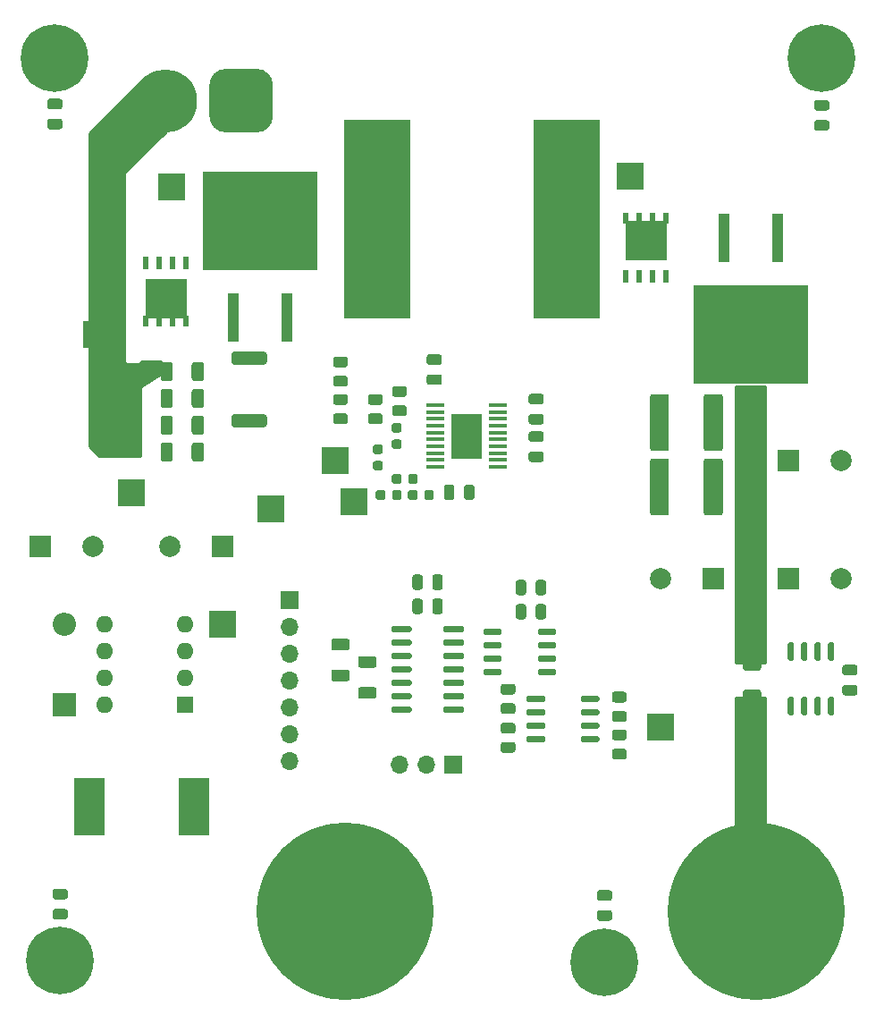
<source format=gbr>
%TF.GenerationSoftware,KiCad,Pcbnew,(5.1.9)-1*%
%TF.CreationDate,2022-02-26T00:54:21-05:00*%
%TF.ProjectId,LabPSU,4c616250-5355-42e6-9b69-6361645f7063,rev?*%
%TF.SameCoordinates,Original*%
%TF.FileFunction,Soldermask,Top*%
%TF.FilePolarity,Negative*%
%FSLAX46Y46*%
G04 Gerber Fmt 4.6, Leading zero omitted, Abs format (unit mm)*
G04 Created by KiCad (PCBNEW (5.1.9)-1) date 2022-02-26 00:54:21*
%MOMM*%
%LPD*%
G01*
G04 APERTURE LIST*
%ADD10O,1.700000X1.700000*%
%ADD11R,1.700000X1.700000*%
%ADD12O,1.600000X1.600000*%
%ADD13R,1.600000X1.600000*%
%ADD14R,2.900000X5.400000*%
%ADD15O,2.200000X2.200000*%
%ADD16R,2.200000X2.200000*%
%ADD17C,2.000000*%
%ADD18R,2.000000X2.000000*%
%ADD19R,3.000000X4.200000*%
%ADD20R,1.780000X0.420000*%
%ADD21R,2.500000X2.500000*%
%ADD22R,3.910000X3.810000*%
%ADD23R,0.610000X1.020000*%
%ADD24R,0.610000X1.270000*%
%ADD25R,6.350000X18.800000*%
%ADD26C,16.800000*%
%ADD27C,6.000000*%
%ADD28C,6.400000*%
%ADD29R,10.800000X9.400000*%
%ADD30R,1.100000X4.600000*%
%ADD31C,0.254000*%
%ADD32C,0.100000*%
G04 APERTURE END LIST*
%TO.C,U6*%
G36*
G01*
X128166000Y-114251000D02*
X127866000Y-114251000D01*
G75*
G02*
X127716000Y-114101000I0J150000D01*
G01*
X127716000Y-112651000D01*
G75*
G02*
X127866000Y-112501000I150000J0D01*
G01*
X128166000Y-112501000D01*
G75*
G02*
X128316000Y-112651000I0J-150000D01*
G01*
X128316000Y-114101000D01*
G75*
G02*
X128166000Y-114251000I-150000J0D01*
G01*
G37*
G36*
G01*
X129436000Y-114251000D02*
X129136000Y-114251000D01*
G75*
G02*
X128986000Y-114101000I0J150000D01*
G01*
X128986000Y-112651000D01*
G75*
G02*
X129136000Y-112501000I150000J0D01*
G01*
X129436000Y-112501000D01*
G75*
G02*
X129586000Y-112651000I0J-150000D01*
G01*
X129586000Y-114101000D01*
G75*
G02*
X129436000Y-114251000I-150000J0D01*
G01*
G37*
G36*
G01*
X130706000Y-114251000D02*
X130406000Y-114251000D01*
G75*
G02*
X130256000Y-114101000I0J150000D01*
G01*
X130256000Y-112651000D01*
G75*
G02*
X130406000Y-112501000I150000J0D01*
G01*
X130706000Y-112501000D01*
G75*
G02*
X130856000Y-112651000I0J-150000D01*
G01*
X130856000Y-114101000D01*
G75*
G02*
X130706000Y-114251000I-150000J0D01*
G01*
G37*
G36*
G01*
X131976000Y-114251000D02*
X131676000Y-114251000D01*
G75*
G02*
X131526000Y-114101000I0J150000D01*
G01*
X131526000Y-112651000D01*
G75*
G02*
X131676000Y-112501000I150000J0D01*
G01*
X131976000Y-112501000D01*
G75*
G02*
X132126000Y-112651000I0J-150000D01*
G01*
X132126000Y-114101000D01*
G75*
G02*
X131976000Y-114251000I-150000J0D01*
G01*
G37*
G36*
G01*
X131976000Y-119401000D02*
X131676000Y-119401000D01*
G75*
G02*
X131526000Y-119251000I0J150000D01*
G01*
X131526000Y-117801000D01*
G75*
G02*
X131676000Y-117651000I150000J0D01*
G01*
X131976000Y-117651000D01*
G75*
G02*
X132126000Y-117801000I0J-150000D01*
G01*
X132126000Y-119251000D01*
G75*
G02*
X131976000Y-119401000I-150000J0D01*
G01*
G37*
G36*
G01*
X130706000Y-119401000D02*
X130406000Y-119401000D01*
G75*
G02*
X130256000Y-119251000I0J150000D01*
G01*
X130256000Y-117801000D01*
G75*
G02*
X130406000Y-117651000I150000J0D01*
G01*
X130706000Y-117651000D01*
G75*
G02*
X130856000Y-117801000I0J-150000D01*
G01*
X130856000Y-119251000D01*
G75*
G02*
X130706000Y-119401000I-150000J0D01*
G01*
G37*
G36*
G01*
X129436000Y-119401000D02*
X129136000Y-119401000D01*
G75*
G02*
X128986000Y-119251000I0J150000D01*
G01*
X128986000Y-117801000D01*
G75*
G02*
X129136000Y-117651000I150000J0D01*
G01*
X129436000Y-117651000D01*
G75*
G02*
X129586000Y-117801000I0J-150000D01*
G01*
X129586000Y-119251000D01*
G75*
G02*
X129436000Y-119401000I-150000J0D01*
G01*
G37*
G36*
G01*
X128166000Y-119401000D02*
X127866000Y-119401000D01*
G75*
G02*
X127716000Y-119251000I0J150000D01*
G01*
X127716000Y-117801000D01*
G75*
G02*
X127866000Y-117651000I150000J0D01*
G01*
X128166000Y-117651000D01*
G75*
G02*
X128316000Y-117801000I0J-150000D01*
G01*
X128316000Y-119251000D01*
G75*
G02*
X128166000Y-119401000I-150000J0D01*
G01*
G37*
%TD*%
%TO.C,U5*%
G36*
G01*
X104027000Y-111656000D02*
X104027000Y-111356000D01*
G75*
G02*
X104177000Y-111206000I150000J0D01*
G01*
X105627000Y-111206000D01*
G75*
G02*
X105777000Y-111356000I0J-150000D01*
G01*
X105777000Y-111656000D01*
G75*
G02*
X105627000Y-111806000I-150000J0D01*
G01*
X104177000Y-111806000D01*
G75*
G02*
X104027000Y-111656000I0J150000D01*
G01*
G37*
G36*
G01*
X104027000Y-112926000D02*
X104027000Y-112626000D01*
G75*
G02*
X104177000Y-112476000I150000J0D01*
G01*
X105627000Y-112476000D01*
G75*
G02*
X105777000Y-112626000I0J-150000D01*
G01*
X105777000Y-112926000D01*
G75*
G02*
X105627000Y-113076000I-150000J0D01*
G01*
X104177000Y-113076000D01*
G75*
G02*
X104027000Y-112926000I0J150000D01*
G01*
G37*
G36*
G01*
X104027000Y-114196000D02*
X104027000Y-113896000D01*
G75*
G02*
X104177000Y-113746000I150000J0D01*
G01*
X105627000Y-113746000D01*
G75*
G02*
X105777000Y-113896000I0J-150000D01*
G01*
X105777000Y-114196000D01*
G75*
G02*
X105627000Y-114346000I-150000J0D01*
G01*
X104177000Y-114346000D01*
G75*
G02*
X104027000Y-114196000I0J150000D01*
G01*
G37*
G36*
G01*
X104027000Y-115466000D02*
X104027000Y-115166000D01*
G75*
G02*
X104177000Y-115016000I150000J0D01*
G01*
X105627000Y-115016000D01*
G75*
G02*
X105777000Y-115166000I0J-150000D01*
G01*
X105777000Y-115466000D01*
G75*
G02*
X105627000Y-115616000I-150000J0D01*
G01*
X104177000Y-115616000D01*
G75*
G02*
X104027000Y-115466000I0J150000D01*
G01*
G37*
G36*
G01*
X98877000Y-115466000D02*
X98877000Y-115166000D01*
G75*
G02*
X99027000Y-115016000I150000J0D01*
G01*
X100477000Y-115016000D01*
G75*
G02*
X100627000Y-115166000I0J-150000D01*
G01*
X100627000Y-115466000D01*
G75*
G02*
X100477000Y-115616000I-150000J0D01*
G01*
X99027000Y-115616000D01*
G75*
G02*
X98877000Y-115466000I0J150000D01*
G01*
G37*
G36*
G01*
X98877000Y-114196000D02*
X98877000Y-113896000D01*
G75*
G02*
X99027000Y-113746000I150000J0D01*
G01*
X100477000Y-113746000D01*
G75*
G02*
X100627000Y-113896000I0J-150000D01*
G01*
X100627000Y-114196000D01*
G75*
G02*
X100477000Y-114346000I-150000J0D01*
G01*
X99027000Y-114346000D01*
G75*
G02*
X98877000Y-114196000I0J150000D01*
G01*
G37*
G36*
G01*
X98877000Y-112926000D02*
X98877000Y-112626000D01*
G75*
G02*
X99027000Y-112476000I150000J0D01*
G01*
X100477000Y-112476000D01*
G75*
G02*
X100627000Y-112626000I0J-150000D01*
G01*
X100627000Y-112926000D01*
G75*
G02*
X100477000Y-113076000I-150000J0D01*
G01*
X99027000Y-113076000D01*
G75*
G02*
X98877000Y-112926000I0J150000D01*
G01*
G37*
G36*
G01*
X98877000Y-111656000D02*
X98877000Y-111356000D01*
G75*
G02*
X99027000Y-111206000I150000J0D01*
G01*
X100477000Y-111206000D01*
G75*
G02*
X100627000Y-111356000I0J-150000D01*
G01*
X100627000Y-111656000D01*
G75*
G02*
X100477000Y-111806000I-150000J0D01*
G01*
X99027000Y-111806000D01*
G75*
G02*
X98877000Y-111656000I0J150000D01*
G01*
G37*
%TD*%
D10*
%TO.C,J2*%
X80518000Y-123698000D03*
X80518000Y-121158000D03*
X80518000Y-118618000D03*
X80518000Y-116078000D03*
X80518000Y-113538000D03*
X80518000Y-110998000D03*
D11*
X80518000Y-108458000D03*
%TD*%
%TO.C,C7*%
G36*
G01*
X71258000Y-87518001D02*
X71258000Y-86217999D01*
G75*
G02*
X71507999Y-85968000I249999J0D01*
G01*
X72158001Y-85968000D01*
G75*
G02*
X72408000Y-86217999I0J-249999D01*
G01*
X72408000Y-87518001D01*
G75*
G02*
X72158001Y-87768000I-249999J0D01*
G01*
X71507999Y-87768000D01*
G75*
G02*
X71258000Y-87518001I0J249999D01*
G01*
G37*
G36*
G01*
X68308000Y-87518001D02*
X68308000Y-86217999D01*
G75*
G02*
X68557999Y-85968000I249999J0D01*
G01*
X69208001Y-85968000D01*
G75*
G02*
X69458000Y-86217999I0J-249999D01*
G01*
X69458000Y-87518001D01*
G75*
G02*
X69208001Y-87768000I-249999J0D01*
G01*
X68557999Y-87768000D01*
G75*
G02*
X68308000Y-87518001I0J249999D01*
G01*
G37*
%TD*%
%TO.C,C5*%
G36*
G01*
X71258000Y-90058001D02*
X71258000Y-88757999D01*
G75*
G02*
X71507999Y-88508000I249999J0D01*
G01*
X72158001Y-88508000D01*
G75*
G02*
X72408000Y-88757999I0J-249999D01*
G01*
X72408000Y-90058001D01*
G75*
G02*
X72158001Y-90308000I-249999J0D01*
G01*
X71507999Y-90308000D01*
G75*
G02*
X71258000Y-90058001I0J249999D01*
G01*
G37*
G36*
G01*
X68308000Y-90058001D02*
X68308000Y-88757999D01*
G75*
G02*
X68557999Y-88508000I249999J0D01*
G01*
X69208001Y-88508000D01*
G75*
G02*
X69458000Y-88757999I0J-249999D01*
G01*
X69458000Y-90058001D01*
G75*
G02*
X69208001Y-90308000I-249999J0D01*
G01*
X68557999Y-90308000D01*
G75*
G02*
X68308000Y-90058001I0J249999D01*
G01*
G37*
%TD*%
%TO.C,C3*%
G36*
G01*
X71258000Y-92598001D02*
X71258000Y-91297999D01*
G75*
G02*
X71507999Y-91048000I249999J0D01*
G01*
X72158001Y-91048000D01*
G75*
G02*
X72408000Y-91297999I0J-249999D01*
G01*
X72408000Y-92598001D01*
G75*
G02*
X72158001Y-92848000I-249999J0D01*
G01*
X71507999Y-92848000D01*
G75*
G02*
X71258000Y-92598001I0J249999D01*
G01*
G37*
G36*
G01*
X68308000Y-92598001D02*
X68308000Y-91297999D01*
G75*
G02*
X68557999Y-91048000I249999J0D01*
G01*
X69208001Y-91048000D01*
G75*
G02*
X69458000Y-91297999I0J-249999D01*
G01*
X69458000Y-92598001D01*
G75*
G02*
X69208001Y-92848000I-249999J0D01*
G01*
X68557999Y-92848000D01*
G75*
G02*
X68308000Y-92598001I0J249999D01*
G01*
G37*
%TD*%
%TO.C,C2*%
G36*
G01*
X71258000Y-95138001D02*
X71258000Y-93837999D01*
G75*
G02*
X71507999Y-93588000I249999J0D01*
G01*
X72158001Y-93588000D01*
G75*
G02*
X72408000Y-93837999I0J-249999D01*
G01*
X72408000Y-95138001D01*
G75*
G02*
X72158001Y-95388000I-249999J0D01*
G01*
X71507999Y-95388000D01*
G75*
G02*
X71258000Y-95138001I0J249999D01*
G01*
G37*
G36*
G01*
X68308000Y-95138001D02*
X68308000Y-93837999D01*
G75*
G02*
X68557999Y-93588000I249999J0D01*
G01*
X69208001Y-93588000D01*
G75*
G02*
X69458000Y-93837999I0J-249999D01*
G01*
X69458000Y-95138001D01*
G75*
G02*
X69208001Y-95388000I-249999J0D01*
G01*
X68557999Y-95388000D01*
G75*
G02*
X68308000Y-95138001I0J249999D01*
G01*
G37*
%TD*%
%TO.C,R11*%
G36*
G01*
X89591000Y-98302000D02*
X89591000Y-98802000D01*
G75*
G02*
X89366000Y-99027000I-225000J0D01*
G01*
X88916000Y-99027000D01*
G75*
G02*
X88691000Y-98802000I0J225000D01*
G01*
X88691000Y-98302000D01*
G75*
G02*
X88916000Y-98077000I225000J0D01*
G01*
X89366000Y-98077000D01*
G75*
G02*
X89591000Y-98302000I0J-225000D01*
G01*
G37*
G36*
G01*
X91141000Y-98302000D02*
X91141000Y-98802000D01*
G75*
G02*
X90916000Y-99027000I-225000J0D01*
G01*
X90466000Y-99027000D01*
G75*
G02*
X90241000Y-98802000I0J225000D01*
G01*
X90241000Y-98302000D01*
G75*
G02*
X90466000Y-98077000I225000J0D01*
G01*
X90916000Y-98077000D01*
G75*
G02*
X91141000Y-98302000I0J-225000D01*
G01*
G37*
%TD*%
%TO.C,C15*%
G36*
G01*
X91765000Y-97278000D02*
X91765000Y-96778000D01*
G75*
G02*
X91990000Y-96553000I225000J0D01*
G01*
X92440000Y-96553000D01*
G75*
G02*
X92665000Y-96778000I0J-225000D01*
G01*
X92665000Y-97278000D01*
G75*
G02*
X92440000Y-97503000I-225000J0D01*
G01*
X91990000Y-97503000D01*
G75*
G02*
X91765000Y-97278000I0J225000D01*
G01*
G37*
G36*
G01*
X90215000Y-97278000D02*
X90215000Y-96778000D01*
G75*
G02*
X90440000Y-96553000I225000J0D01*
G01*
X90890000Y-96553000D01*
G75*
G02*
X91115000Y-96778000I0J-225000D01*
G01*
X91115000Y-97278000D01*
G75*
G02*
X90890000Y-97503000I-225000J0D01*
G01*
X90440000Y-97503000D01*
G75*
G02*
X90215000Y-97278000I0J225000D01*
G01*
G37*
%TD*%
%TO.C,C13*%
G36*
G01*
X93289000Y-98802000D02*
X93289000Y-98302000D01*
G75*
G02*
X93514000Y-98077000I225000J0D01*
G01*
X93964000Y-98077000D01*
G75*
G02*
X94189000Y-98302000I0J-225000D01*
G01*
X94189000Y-98802000D01*
G75*
G02*
X93964000Y-99027000I-225000J0D01*
G01*
X93514000Y-99027000D01*
G75*
G02*
X93289000Y-98802000I0J225000D01*
G01*
G37*
G36*
G01*
X91739000Y-98802000D02*
X91739000Y-98302000D01*
G75*
G02*
X91964000Y-98077000I225000J0D01*
G01*
X92414000Y-98077000D01*
G75*
G02*
X92639000Y-98302000I0J-225000D01*
G01*
X92639000Y-98802000D01*
G75*
G02*
X92414000Y-99027000I-225000J0D01*
G01*
X91964000Y-99027000D01*
G75*
G02*
X91739000Y-98802000I0J225000D01*
G01*
G37*
%TD*%
%TO.C,C6*%
G36*
G01*
X90428000Y-93289000D02*
X90928000Y-93289000D01*
G75*
G02*
X91153000Y-93514000I0J-225000D01*
G01*
X91153000Y-93964000D01*
G75*
G02*
X90928000Y-94189000I-225000J0D01*
G01*
X90428000Y-94189000D01*
G75*
G02*
X90203000Y-93964000I0J225000D01*
G01*
X90203000Y-93514000D01*
G75*
G02*
X90428000Y-93289000I225000J0D01*
G01*
G37*
G36*
G01*
X90428000Y-91739000D02*
X90928000Y-91739000D01*
G75*
G02*
X91153000Y-91964000I0J-225000D01*
G01*
X91153000Y-92414000D01*
G75*
G02*
X90928000Y-92639000I-225000J0D01*
G01*
X90428000Y-92639000D01*
G75*
G02*
X90203000Y-92414000I0J225000D01*
G01*
X90203000Y-91964000D01*
G75*
G02*
X90428000Y-91739000I225000J0D01*
G01*
G37*
%TD*%
%TO.C,C4*%
G36*
G01*
X89150000Y-94671000D02*
X88650000Y-94671000D01*
G75*
G02*
X88425000Y-94446000I0J225000D01*
G01*
X88425000Y-93996000D01*
G75*
G02*
X88650000Y-93771000I225000J0D01*
G01*
X89150000Y-93771000D01*
G75*
G02*
X89375000Y-93996000I0J-225000D01*
G01*
X89375000Y-94446000D01*
G75*
G02*
X89150000Y-94671000I-225000J0D01*
G01*
G37*
G36*
G01*
X89150000Y-96221000D02*
X88650000Y-96221000D01*
G75*
G02*
X88425000Y-95996000I0J225000D01*
G01*
X88425000Y-95546000D01*
G75*
G02*
X88650000Y-95321000I225000J0D01*
G01*
X89150000Y-95321000D01*
G75*
G02*
X89375000Y-95546000I0J-225000D01*
G01*
X89375000Y-95996000D01*
G75*
G02*
X89150000Y-96221000I-225000J0D01*
G01*
G37*
%TD*%
D12*
%TO.C,U1*%
X62992000Y-118364000D03*
X70612000Y-110744000D03*
X62992000Y-115824000D03*
X70612000Y-113284000D03*
X62992000Y-113284000D03*
X70612000Y-115824000D03*
X62992000Y-110744000D03*
D13*
X70612000Y-118364000D03*
%TD*%
D14*
%TO.C,L1*%
X71498000Y-128016000D03*
X61598000Y-128016000D03*
%TD*%
D15*
%TO.C,D1*%
X59182000Y-110744000D03*
D16*
X59182000Y-118364000D03*
%TD*%
D17*
%TO.C,C8*%
X69168000Y-103378000D03*
D18*
X74168000Y-103378000D03*
%TD*%
D17*
%TO.C,C1*%
X61896000Y-103378000D03*
D18*
X56896000Y-103378000D03*
%TD*%
%TO.C,R6*%
G36*
G01*
X87258999Y-116724000D02*
X88509001Y-116724000D01*
G75*
G02*
X88759000Y-116973999I0J-249999D01*
G01*
X88759000Y-117599001D01*
G75*
G02*
X88509001Y-117849000I-249999J0D01*
G01*
X87258999Y-117849000D01*
G75*
G02*
X87009000Y-117599001I0J249999D01*
G01*
X87009000Y-116973999D01*
G75*
G02*
X87258999Y-116724000I249999J0D01*
G01*
G37*
G36*
G01*
X87258999Y-113799000D02*
X88509001Y-113799000D01*
G75*
G02*
X88759000Y-114048999I0J-249999D01*
G01*
X88759000Y-114674001D01*
G75*
G02*
X88509001Y-114924000I-249999J0D01*
G01*
X87258999Y-114924000D01*
G75*
G02*
X87009000Y-114674001I0J249999D01*
G01*
X87009000Y-114048999D01*
G75*
G02*
X87258999Y-113799000I249999J0D01*
G01*
G37*
%TD*%
%TO.C,R5*%
G36*
G01*
X84718999Y-115073000D02*
X85969001Y-115073000D01*
G75*
G02*
X86219000Y-115322999I0J-249999D01*
G01*
X86219000Y-115948001D01*
G75*
G02*
X85969001Y-116198000I-249999J0D01*
G01*
X84718999Y-116198000D01*
G75*
G02*
X84469000Y-115948001I0J249999D01*
G01*
X84469000Y-115322999D01*
G75*
G02*
X84718999Y-115073000I249999J0D01*
G01*
G37*
G36*
G01*
X84718999Y-112148000D02*
X85969001Y-112148000D01*
G75*
G02*
X86219000Y-112397999I0J-249999D01*
G01*
X86219000Y-113023001D01*
G75*
G02*
X85969001Y-113273000I-249999J0D01*
G01*
X84718999Y-113273000D01*
G75*
G02*
X84469000Y-113023001I0J249999D01*
G01*
X84469000Y-112397999D01*
G75*
G02*
X84718999Y-112148000I249999J0D01*
G01*
G37*
%TD*%
%TO.C,C20*%
G36*
G01*
X116460000Y-95340000D02*
X116460000Y-100240000D01*
G75*
G02*
X116210000Y-100490000I-250000J0D01*
G01*
X114910000Y-100490000D01*
G75*
G02*
X114660000Y-100240000I0J250000D01*
G01*
X114660000Y-95340000D01*
G75*
G02*
X114910000Y-95090000I250000J0D01*
G01*
X116210000Y-95090000D01*
G75*
G02*
X116460000Y-95340000I0J-250000D01*
G01*
G37*
G36*
G01*
X121560000Y-95340000D02*
X121560000Y-100240000D01*
G75*
G02*
X121310000Y-100490000I-250000J0D01*
G01*
X120010000Y-100490000D01*
G75*
G02*
X119760000Y-100240000I0J250000D01*
G01*
X119760000Y-95340000D01*
G75*
G02*
X120010000Y-95090000I250000J0D01*
G01*
X121310000Y-95090000D01*
G75*
G02*
X121560000Y-95340000I0J-250000D01*
G01*
G37*
%TD*%
%TO.C,C17*%
G36*
G01*
X116460000Y-89244000D02*
X116460000Y-94144000D01*
G75*
G02*
X116210000Y-94394000I-250000J0D01*
G01*
X114910000Y-94394000D01*
G75*
G02*
X114660000Y-94144000I0J250000D01*
G01*
X114660000Y-89244000D01*
G75*
G02*
X114910000Y-88994000I250000J0D01*
G01*
X116210000Y-88994000D01*
G75*
G02*
X116460000Y-89244000I0J-250000D01*
G01*
G37*
G36*
G01*
X121560000Y-89244000D02*
X121560000Y-94144000D01*
G75*
G02*
X121310000Y-94394000I-250000J0D01*
G01*
X120010000Y-94394000D01*
G75*
G02*
X119760000Y-94144000I0J250000D01*
G01*
X119760000Y-89244000D01*
G75*
G02*
X120010000Y-88994000I250000J0D01*
G01*
X121310000Y-88994000D01*
G75*
G02*
X121560000Y-89244000I0J-250000D01*
G01*
G37*
%TD*%
%TO.C,U4*%
G36*
G01*
X95099000Y-111402000D02*
X95099000Y-111102000D01*
G75*
G02*
X95249000Y-110952000I150000J0D01*
G01*
X96899000Y-110952000D01*
G75*
G02*
X97049000Y-111102000I0J-150000D01*
G01*
X97049000Y-111402000D01*
G75*
G02*
X96899000Y-111552000I-150000J0D01*
G01*
X95249000Y-111552000D01*
G75*
G02*
X95099000Y-111402000I0J150000D01*
G01*
G37*
G36*
G01*
X95099000Y-112672000D02*
X95099000Y-112372000D01*
G75*
G02*
X95249000Y-112222000I150000J0D01*
G01*
X96899000Y-112222000D01*
G75*
G02*
X97049000Y-112372000I0J-150000D01*
G01*
X97049000Y-112672000D01*
G75*
G02*
X96899000Y-112822000I-150000J0D01*
G01*
X95249000Y-112822000D01*
G75*
G02*
X95099000Y-112672000I0J150000D01*
G01*
G37*
G36*
G01*
X95099000Y-113942000D02*
X95099000Y-113642000D01*
G75*
G02*
X95249000Y-113492000I150000J0D01*
G01*
X96899000Y-113492000D01*
G75*
G02*
X97049000Y-113642000I0J-150000D01*
G01*
X97049000Y-113942000D01*
G75*
G02*
X96899000Y-114092000I-150000J0D01*
G01*
X95249000Y-114092000D01*
G75*
G02*
X95099000Y-113942000I0J150000D01*
G01*
G37*
G36*
G01*
X95099000Y-115212000D02*
X95099000Y-114912000D01*
G75*
G02*
X95249000Y-114762000I150000J0D01*
G01*
X96899000Y-114762000D01*
G75*
G02*
X97049000Y-114912000I0J-150000D01*
G01*
X97049000Y-115212000D01*
G75*
G02*
X96899000Y-115362000I-150000J0D01*
G01*
X95249000Y-115362000D01*
G75*
G02*
X95099000Y-115212000I0J150000D01*
G01*
G37*
G36*
G01*
X95099000Y-116482000D02*
X95099000Y-116182000D01*
G75*
G02*
X95249000Y-116032000I150000J0D01*
G01*
X96899000Y-116032000D01*
G75*
G02*
X97049000Y-116182000I0J-150000D01*
G01*
X97049000Y-116482000D01*
G75*
G02*
X96899000Y-116632000I-150000J0D01*
G01*
X95249000Y-116632000D01*
G75*
G02*
X95099000Y-116482000I0J150000D01*
G01*
G37*
G36*
G01*
X95099000Y-117752000D02*
X95099000Y-117452000D01*
G75*
G02*
X95249000Y-117302000I150000J0D01*
G01*
X96899000Y-117302000D01*
G75*
G02*
X97049000Y-117452000I0J-150000D01*
G01*
X97049000Y-117752000D01*
G75*
G02*
X96899000Y-117902000I-150000J0D01*
G01*
X95249000Y-117902000D01*
G75*
G02*
X95099000Y-117752000I0J150000D01*
G01*
G37*
G36*
G01*
X95099000Y-119022000D02*
X95099000Y-118722000D01*
G75*
G02*
X95249000Y-118572000I150000J0D01*
G01*
X96899000Y-118572000D01*
G75*
G02*
X97049000Y-118722000I0J-150000D01*
G01*
X97049000Y-119022000D01*
G75*
G02*
X96899000Y-119172000I-150000J0D01*
G01*
X95249000Y-119172000D01*
G75*
G02*
X95099000Y-119022000I0J150000D01*
G01*
G37*
G36*
G01*
X90149000Y-119022000D02*
X90149000Y-118722000D01*
G75*
G02*
X90299000Y-118572000I150000J0D01*
G01*
X91949000Y-118572000D01*
G75*
G02*
X92099000Y-118722000I0J-150000D01*
G01*
X92099000Y-119022000D01*
G75*
G02*
X91949000Y-119172000I-150000J0D01*
G01*
X90299000Y-119172000D01*
G75*
G02*
X90149000Y-119022000I0J150000D01*
G01*
G37*
G36*
G01*
X90149000Y-117752000D02*
X90149000Y-117452000D01*
G75*
G02*
X90299000Y-117302000I150000J0D01*
G01*
X91949000Y-117302000D01*
G75*
G02*
X92099000Y-117452000I0J-150000D01*
G01*
X92099000Y-117752000D01*
G75*
G02*
X91949000Y-117902000I-150000J0D01*
G01*
X90299000Y-117902000D01*
G75*
G02*
X90149000Y-117752000I0J150000D01*
G01*
G37*
G36*
G01*
X90149000Y-116482000D02*
X90149000Y-116182000D01*
G75*
G02*
X90299000Y-116032000I150000J0D01*
G01*
X91949000Y-116032000D01*
G75*
G02*
X92099000Y-116182000I0J-150000D01*
G01*
X92099000Y-116482000D01*
G75*
G02*
X91949000Y-116632000I-150000J0D01*
G01*
X90299000Y-116632000D01*
G75*
G02*
X90149000Y-116482000I0J150000D01*
G01*
G37*
G36*
G01*
X90149000Y-115212000D02*
X90149000Y-114912000D01*
G75*
G02*
X90299000Y-114762000I150000J0D01*
G01*
X91949000Y-114762000D01*
G75*
G02*
X92099000Y-114912000I0J-150000D01*
G01*
X92099000Y-115212000D01*
G75*
G02*
X91949000Y-115362000I-150000J0D01*
G01*
X90299000Y-115362000D01*
G75*
G02*
X90149000Y-115212000I0J150000D01*
G01*
G37*
G36*
G01*
X90149000Y-113942000D02*
X90149000Y-113642000D01*
G75*
G02*
X90299000Y-113492000I150000J0D01*
G01*
X91949000Y-113492000D01*
G75*
G02*
X92099000Y-113642000I0J-150000D01*
G01*
X92099000Y-113942000D01*
G75*
G02*
X91949000Y-114092000I-150000J0D01*
G01*
X90299000Y-114092000D01*
G75*
G02*
X90149000Y-113942000I0J150000D01*
G01*
G37*
G36*
G01*
X90149000Y-112672000D02*
X90149000Y-112372000D01*
G75*
G02*
X90299000Y-112222000I150000J0D01*
G01*
X91949000Y-112222000D01*
G75*
G02*
X92099000Y-112372000I0J-150000D01*
G01*
X92099000Y-112672000D01*
G75*
G02*
X91949000Y-112822000I-150000J0D01*
G01*
X90299000Y-112822000D01*
G75*
G02*
X90149000Y-112672000I0J150000D01*
G01*
G37*
G36*
G01*
X90149000Y-111402000D02*
X90149000Y-111102000D01*
G75*
G02*
X90299000Y-110952000I150000J0D01*
G01*
X91949000Y-110952000D01*
G75*
G02*
X92099000Y-111102000I0J-150000D01*
G01*
X92099000Y-111402000D01*
G75*
G02*
X91949000Y-111552000I-150000J0D01*
G01*
X90299000Y-111552000D01*
G75*
G02*
X90149000Y-111402000I0J150000D01*
G01*
G37*
%TD*%
%TO.C,U3*%
G36*
G01*
X108126000Y-118006000D02*
X108126000Y-117706000D01*
G75*
G02*
X108276000Y-117556000I150000J0D01*
G01*
X109726000Y-117556000D01*
G75*
G02*
X109876000Y-117706000I0J-150000D01*
G01*
X109876000Y-118006000D01*
G75*
G02*
X109726000Y-118156000I-150000J0D01*
G01*
X108276000Y-118156000D01*
G75*
G02*
X108126000Y-118006000I0J150000D01*
G01*
G37*
G36*
G01*
X108126000Y-119276000D02*
X108126000Y-118976000D01*
G75*
G02*
X108276000Y-118826000I150000J0D01*
G01*
X109726000Y-118826000D01*
G75*
G02*
X109876000Y-118976000I0J-150000D01*
G01*
X109876000Y-119276000D01*
G75*
G02*
X109726000Y-119426000I-150000J0D01*
G01*
X108276000Y-119426000D01*
G75*
G02*
X108126000Y-119276000I0J150000D01*
G01*
G37*
G36*
G01*
X108126000Y-120546000D02*
X108126000Y-120246000D01*
G75*
G02*
X108276000Y-120096000I150000J0D01*
G01*
X109726000Y-120096000D01*
G75*
G02*
X109876000Y-120246000I0J-150000D01*
G01*
X109876000Y-120546000D01*
G75*
G02*
X109726000Y-120696000I-150000J0D01*
G01*
X108276000Y-120696000D01*
G75*
G02*
X108126000Y-120546000I0J150000D01*
G01*
G37*
G36*
G01*
X108126000Y-121816000D02*
X108126000Y-121516000D01*
G75*
G02*
X108276000Y-121366000I150000J0D01*
G01*
X109726000Y-121366000D01*
G75*
G02*
X109876000Y-121516000I0J-150000D01*
G01*
X109876000Y-121816000D01*
G75*
G02*
X109726000Y-121966000I-150000J0D01*
G01*
X108276000Y-121966000D01*
G75*
G02*
X108126000Y-121816000I0J150000D01*
G01*
G37*
G36*
G01*
X102976000Y-121816000D02*
X102976000Y-121516000D01*
G75*
G02*
X103126000Y-121366000I150000J0D01*
G01*
X104576000Y-121366000D01*
G75*
G02*
X104726000Y-121516000I0J-150000D01*
G01*
X104726000Y-121816000D01*
G75*
G02*
X104576000Y-121966000I-150000J0D01*
G01*
X103126000Y-121966000D01*
G75*
G02*
X102976000Y-121816000I0J150000D01*
G01*
G37*
G36*
G01*
X102976000Y-120546000D02*
X102976000Y-120246000D01*
G75*
G02*
X103126000Y-120096000I150000J0D01*
G01*
X104576000Y-120096000D01*
G75*
G02*
X104726000Y-120246000I0J-150000D01*
G01*
X104726000Y-120546000D01*
G75*
G02*
X104576000Y-120696000I-150000J0D01*
G01*
X103126000Y-120696000D01*
G75*
G02*
X102976000Y-120546000I0J150000D01*
G01*
G37*
G36*
G01*
X102976000Y-119276000D02*
X102976000Y-118976000D01*
G75*
G02*
X103126000Y-118826000I150000J0D01*
G01*
X104576000Y-118826000D01*
G75*
G02*
X104726000Y-118976000I0J-150000D01*
G01*
X104726000Y-119276000D01*
G75*
G02*
X104576000Y-119426000I-150000J0D01*
G01*
X103126000Y-119426000D01*
G75*
G02*
X102976000Y-119276000I0J150000D01*
G01*
G37*
G36*
G01*
X102976000Y-118006000D02*
X102976000Y-117706000D01*
G75*
G02*
X103126000Y-117556000I150000J0D01*
G01*
X104576000Y-117556000D01*
G75*
G02*
X104726000Y-117706000I0J-150000D01*
G01*
X104726000Y-118006000D01*
G75*
G02*
X104576000Y-118156000I-150000J0D01*
G01*
X103126000Y-118156000D01*
G75*
G02*
X102976000Y-118006000I0J150000D01*
G01*
G37*
%TD*%
D19*
%TO.C,U2*%
X97282000Y-92964000D03*
D20*
X100252000Y-90039000D03*
X100252000Y-90689000D03*
X100252000Y-91339000D03*
X100252000Y-91989000D03*
X100252000Y-92639000D03*
X100252000Y-93289000D03*
X100252000Y-93939000D03*
X100252000Y-94589000D03*
X100252000Y-95239000D03*
X100252000Y-95889000D03*
X94312000Y-95889000D03*
X94312000Y-95239000D03*
X94312000Y-94589000D03*
X94312000Y-93939000D03*
X94312000Y-93289000D03*
X94312000Y-92639000D03*
X94312000Y-91989000D03*
X94312000Y-91339000D03*
X94312000Y-90689000D03*
X94312000Y-90039000D03*
%TD*%
D21*
%TO.C,TP10*%
X115697000Y-120523000D03*
%TD*%
%TO.C,TP9*%
X84836000Y-95250000D03*
%TD*%
%TO.C,TP8*%
X124206000Y-111252000D03*
%TD*%
%TO.C,TP7*%
X112776000Y-68326000D03*
%TD*%
%TO.C,TP6*%
X86614000Y-99187000D03*
%TD*%
%TO.C,TP5*%
X69342000Y-69342000D03*
%TD*%
%TO.C,TP4*%
X78740000Y-99822000D03*
%TD*%
%TO.C,TP2*%
X65532000Y-98298000D03*
%TD*%
%TO.C,TP3*%
X74168000Y-110744000D03*
%TD*%
%TO.C,TP1*%
X62230000Y-83312000D03*
%TD*%
%TO.C,R13*%
G36*
G01*
X124958001Y-115178000D02*
X123707999Y-115178000D01*
G75*
G02*
X123458000Y-114928001I0J249999D01*
G01*
X123458000Y-114302999D01*
G75*
G02*
X123707999Y-114053000I249999J0D01*
G01*
X124958001Y-114053000D01*
G75*
G02*
X125208000Y-114302999I0J-249999D01*
G01*
X125208000Y-114928001D01*
G75*
G02*
X124958001Y-115178000I-249999J0D01*
G01*
G37*
G36*
G01*
X124958001Y-118103000D02*
X123707999Y-118103000D01*
G75*
G02*
X123458000Y-117853001I0J249999D01*
G01*
X123458000Y-117227999D01*
G75*
G02*
X123707999Y-116978000I249999J0D01*
G01*
X124958001Y-116978000D01*
G75*
G02*
X125208000Y-117227999I0J-249999D01*
G01*
X125208000Y-117853001D01*
G75*
G02*
X124958001Y-118103000I-249999J0D01*
G01*
G37*
%TD*%
%TO.C,R10*%
G36*
G01*
X100768999Y-121939000D02*
X101669001Y-121939000D01*
G75*
G02*
X101919000Y-122188999I0J-249999D01*
G01*
X101919000Y-122714001D01*
G75*
G02*
X101669001Y-122964000I-249999J0D01*
G01*
X100768999Y-122964000D01*
G75*
G02*
X100519000Y-122714001I0J249999D01*
G01*
X100519000Y-122188999D01*
G75*
G02*
X100768999Y-121939000I249999J0D01*
G01*
G37*
G36*
G01*
X100768999Y-120114000D02*
X101669001Y-120114000D01*
G75*
G02*
X101919000Y-120363999I0J-249999D01*
G01*
X101919000Y-120889001D01*
G75*
G02*
X101669001Y-121139000I-249999J0D01*
G01*
X100768999Y-121139000D01*
G75*
G02*
X100519000Y-120889001I0J249999D01*
G01*
X100519000Y-120363999D01*
G75*
G02*
X100768999Y-120114000I249999J0D01*
G01*
G37*
%TD*%
%TO.C,R9*%
G36*
G01*
X100768999Y-118256000D02*
X101669001Y-118256000D01*
G75*
G02*
X101919000Y-118505999I0J-249999D01*
G01*
X101919000Y-119031001D01*
G75*
G02*
X101669001Y-119281000I-249999J0D01*
G01*
X100768999Y-119281000D01*
G75*
G02*
X100519000Y-119031001I0J249999D01*
G01*
X100519000Y-118505999D01*
G75*
G02*
X100768999Y-118256000I249999J0D01*
G01*
G37*
G36*
G01*
X100768999Y-116431000D02*
X101669001Y-116431000D01*
G75*
G02*
X101919000Y-116680999I0J-249999D01*
G01*
X101919000Y-117206001D01*
G75*
G02*
X101669001Y-117456000I-249999J0D01*
G01*
X100768999Y-117456000D01*
G75*
G02*
X100519000Y-117206001I0J249999D01*
G01*
X100519000Y-116680999D01*
G75*
G02*
X100768999Y-116431000I249999J0D01*
G01*
G37*
%TD*%
%TO.C,R8*%
G36*
G01*
X112210001Y-118194500D02*
X111309999Y-118194500D01*
G75*
G02*
X111060000Y-117944501I0J249999D01*
G01*
X111060000Y-117419499D01*
G75*
G02*
X111309999Y-117169500I249999J0D01*
G01*
X112210001Y-117169500D01*
G75*
G02*
X112460000Y-117419499I0J-249999D01*
G01*
X112460000Y-117944501D01*
G75*
G02*
X112210001Y-118194500I-249999J0D01*
G01*
G37*
G36*
G01*
X112210001Y-120019500D02*
X111309999Y-120019500D01*
G75*
G02*
X111060000Y-119769501I0J249999D01*
G01*
X111060000Y-119244499D01*
G75*
G02*
X111309999Y-118994500I249999J0D01*
G01*
X112210001Y-118994500D01*
G75*
G02*
X112460000Y-119244499I0J-249999D01*
G01*
X112460000Y-119769501D01*
G75*
G02*
X112210001Y-120019500I-249999J0D01*
G01*
G37*
%TD*%
%TO.C,R12*%
G36*
G01*
X75283000Y-90910500D02*
X78133000Y-90910500D01*
G75*
G02*
X78383000Y-91160500I0J-250000D01*
G01*
X78383000Y-91885500D01*
G75*
G02*
X78133000Y-92135500I-250000J0D01*
G01*
X75283000Y-92135500D01*
G75*
G02*
X75033000Y-91885500I0J250000D01*
G01*
X75033000Y-91160500D01*
G75*
G02*
X75283000Y-90910500I250000J0D01*
G01*
G37*
G36*
G01*
X75283000Y-84985500D02*
X78133000Y-84985500D01*
G75*
G02*
X78383000Y-85235500I0J-250000D01*
G01*
X78383000Y-85960500D01*
G75*
G02*
X78133000Y-86210500I-250000J0D01*
G01*
X75283000Y-86210500D01*
G75*
G02*
X75033000Y-85960500I0J250000D01*
G01*
X75033000Y-85235500D01*
G75*
G02*
X75283000Y-84985500I250000J0D01*
G01*
G37*
%TD*%
%TO.C,R7*%
G36*
G01*
X112210001Y-121774000D02*
X111309999Y-121774000D01*
G75*
G02*
X111060000Y-121524001I0J249999D01*
G01*
X111060000Y-120998999D01*
G75*
G02*
X111309999Y-120749000I249999J0D01*
G01*
X112210001Y-120749000D01*
G75*
G02*
X112460000Y-120998999I0J-249999D01*
G01*
X112460000Y-121524001D01*
G75*
G02*
X112210001Y-121774000I-249999J0D01*
G01*
G37*
G36*
G01*
X112210001Y-123599000D02*
X111309999Y-123599000D01*
G75*
G02*
X111060000Y-123349001I0J249999D01*
G01*
X111060000Y-122823999D01*
G75*
G02*
X111309999Y-122574000I249999J0D01*
G01*
X112210001Y-122574000D01*
G75*
G02*
X112460000Y-122823999I0J-249999D01*
G01*
X112460000Y-123349001D01*
G75*
G02*
X112210001Y-123599000I-249999J0D01*
G01*
G37*
%TD*%
%TO.C,R4*%
G36*
G01*
X90481999Y-90062000D02*
X91382001Y-90062000D01*
G75*
G02*
X91632000Y-90311999I0J-249999D01*
G01*
X91632000Y-90837001D01*
G75*
G02*
X91382001Y-91087000I-249999J0D01*
G01*
X90481999Y-91087000D01*
G75*
G02*
X90232000Y-90837001I0J249999D01*
G01*
X90232000Y-90311999D01*
G75*
G02*
X90481999Y-90062000I249999J0D01*
G01*
G37*
G36*
G01*
X90481999Y-88237000D02*
X91382001Y-88237000D01*
G75*
G02*
X91632000Y-88486999I0J-249999D01*
G01*
X91632000Y-89012001D01*
G75*
G02*
X91382001Y-89262000I-249999J0D01*
G01*
X90481999Y-89262000D01*
G75*
G02*
X90232000Y-89012001I0J249999D01*
G01*
X90232000Y-88486999D01*
G75*
G02*
X90481999Y-88237000I249999J0D01*
G01*
G37*
%TD*%
%TO.C,R3*%
G36*
G01*
X88195999Y-90824000D02*
X89096001Y-90824000D01*
G75*
G02*
X89346000Y-91073999I0J-249999D01*
G01*
X89346000Y-91599001D01*
G75*
G02*
X89096001Y-91849000I-249999J0D01*
G01*
X88195999Y-91849000D01*
G75*
G02*
X87946000Y-91599001I0J249999D01*
G01*
X87946000Y-91073999D01*
G75*
G02*
X88195999Y-90824000I249999J0D01*
G01*
G37*
G36*
G01*
X88195999Y-88999000D02*
X89096001Y-88999000D01*
G75*
G02*
X89346000Y-89248999I0J-249999D01*
G01*
X89346000Y-89774001D01*
G75*
G02*
X89096001Y-90024000I-249999J0D01*
G01*
X88195999Y-90024000D01*
G75*
G02*
X87946000Y-89774001I0J249999D01*
G01*
X87946000Y-89248999D01*
G75*
G02*
X88195999Y-88999000I249999J0D01*
G01*
G37*
%TD*%
%TO.C,R2*%
G36*
G01*
X84894999Y-90824000D02*
X85795001Y-90824000D01*
G75*
G02*
X86045000Y-91073999I0J-249999D01*
G01*
X86045000Y-91599001D01*
G75*
G02*
X85795001Y-91849000I-249999J0D01*
G01*
X84894999Y-91849000D01*
G75*
G02*
X84645000Y-91599001I0J249999D01*
G01*
X84645000Y-91073999D01*
G75*
G02*
X84894999Y-90824000I249999J0D01*
G01*
G37*
G36*
G01*
X84894999Y-88999000D02*
X85795001Y-88999000D01*
G75*
G02*
X86045000Y-89248999I0J-249999D01*
G01*
X86045000Y-89774001D01*
G75*
G02*
X85795001Y-90024000I-249999J0D01*
G01*
X84894999Y-90024000D01*
G75*
G02*
X84645000Y-89774001I0J249999D01*
G01*
X84645000Y-89248999D01*
G75*
G02*
X84894999Y-88999000I249999J0D01*
G01*
G37*
%TD*%
%TO.C,R1*%
G36*
G01*
X84893999Y-87268000D02*
X85794001Y-87268000D01*
G75*
G02*
X86044000Y-87517999I0J-249999D01*
G01*
X86044000Y-88043001D01*
G75*
G02*
X85794001Y-88293000I-249999J0D01*
G01*
X84893999Y-88293000D01*
G75*
G02*
X84644000Y-88043001I0J249999D01*
G01*
X84644000Y-87517999D01*
G75*
G02*
X84893999Y-87268000I249999J0D01*
G01*
G37*
G36*
G01*
X84893999Y-85443000D02*
X85794001Y-85443000D01*
G75*
G02*
X86044000Y-85692999I0J-249999D01*
G01*
X86044000Y-86218001D01*
G75*
G02*
X85794001Y-86468000I-249999J0D01*
G01*
X84893999Y-86468000D01*
G75*
G02*
X84644000Y-86218001I0J249999D01*
G01*
X84644000Y-85692999D01*
G75*
G02*
X84893999Y-85443000I249999J0D01*
G01*
G37*
%TD*%
D22*
%TO.C,Q2*%
X114300000Y-74494000D03*
D23*
X112395000Y-72389000D03*
X113665000Y-72389000D03*
X114935000Y-72389000D03*
X116205000Y-72389000D03*
D24*
X116205000Y-77854000D03*
X114935000Y-77854000D03*
X113665000Y-77854000D03*
X112395000Y-77854000D03*
%TD*%
D22*
%TO.C,Q1*%
X68834000Y-79938000D03*
D23*
X70739000Y-82043000D03*
X69469000Y-82043000D03*
X68199000Y-82043000D03*
X66929000Y-82043000D03*
D24*
X66929000Y-76578000D03*
X68199000Y-76578000D03*
X69469000Y-76578000D03*
X70739000Y-76578000D03*
%TD*%
D25*
%TO.C,L2*%
X106745000Y-72390000D03*
X88835000Y-72390000D03*
%TD*%
D26*
%TO.C,J5*%
X85758000Y-137922000D03*
%TD*%
%TO.C,J4*%
X124714000Y-137922000D03*
%TD*%
D10*
%TO.C,J3*%
X90932000Y-124079000D03*
X93472000Y-124079000D03*
D11*
X96012000Y-124079000D03*
%TD*%
%TO.C,J1*%
G36*
G01*
X78946000Y-59714000D02*
X78946000Y-62714000D01*
G75*
G02*
X77446000Y-64214000I-1500000J0D01*
G01*
X74446000Y-64214000D01*
G75*
G02*
X72946000Y-62714000I0J1500000D01*
G01*
X72946000Y-59714000D01*
G75*
G02*
X74446000Y-58214000I1500000J0D01*
G01*
X77446000Y-58214000D01*
G75*
G02*
X78946000Y-59714000I0J-1500000D01*
G01*
G37*
D27*
X68746000Y-61214000D03*
%TD*%
D28*
%TO.C,H4*%
X58801000Y-142621000D03*
%TD*%
%TO.C,H3*%
X110363000Y-142748000D03*
%TD*%
%TO.C,H2*%
X130937000Y-57150000D03*
%TD*%
%TO.C,H1*%
X58293000Y-57150000D03*
%TD*%
D29*
%TO.C,D3*%
X124206000Y-83385000D03*
D30*
X121666000Y-74235000D03*
X126746000Y-74235000D03*
%TD*%
D29*
%TO.C,D2*%
X77724000Y-72571000D03*
D30*
X80264000Y-81721000D03*
X75184000Y-81721000D03*
%TD*%
%TO.C,C28*%
G36*
G01*
X59276000Y-136837000D02*
X58326000Y-136837000D01*
G75*
G02*
X58076000Y-136587000I0J250000D01*
G01*
X58076000Y-136087000D01*
G75*
G02*
X58326000Y-135837000I250000J0D01*
G01*
X59276000Y-135837000D01*
G75*
G02*
X59526000Y-136087000I0J-250000D01*
G01*
X59526000Y-136587000D01*
G75*
G02*
X59276000Y-136837000I-250000J0D01*
G01*
G37*
G36*
G01*
X59276000Y-138737000D02*
X58326000Y-138737000D01*
G75*
G02*
X58076000Y-138487000I0J250000D01*
G01*
X58076000Y-137987000D01*
G75*
G02*
X58326000Y-137737000I250000J0D01*
G01*
X59276000Y-137737000D01*
G75*
G02*
X59526000Y-137987000I0J-250000D01*
G01*
X59526000Y-138487000D01*
G75*
G02*
X59276000Y-138737000I-250000J0D01*
G01*
G37*
%TD*%
%TO.C,C27*%
G36*
G01*
X110838000Y-136964000D02*
X109888000Y-136964000D01*
G75*
G02*
X109638000Y-136714000I0J250000D01*
G01*
X109638000Y-136214000D01*
G75*
G02*
X109888000Y-135964000I250000J0D01*
G01*
X110838000Y-135964000D01*
G75*
G02*
X111088000Y-136214000I0J-250000D01*
G01*
X111088000Y-136714000D01*
G75*
G02*
X110838000Y-136964000I-250000J0D01*
G01*
G37*
G36*
G01*
X110838000Y-138864000D02*
X109888000Y-138864000D01*
G75*
G02*
X109638000Y-138614000I0J250000D01*
G01*
X109638000Y-138114000D01*
G75*
G02*
X109888000Y-137864000I250000J0D01*
G01*
X110838000Y-137864000D01*
G75*
G02*
X111088000Y-138114000I0J-250000D01*
G01*
X111088000Y-138614000D01*
G75*
G02*
X110838000Y-138864000I-250000J0D01*
G01*
G37*
%TD*%
%TO.C,C26*%
G36*
G01*
X130462000Y-63061000D02*
X131412000Y-63061000D01*
G75*
G02*
X131662000Y-63311000I0J-250000D01*
G01*
X131662000Y-63811000D01*
G75*
G02*
X131412000Y-64061000I-250000J0D01*
G01*
X130462000Y-64061000D01*
G75*
G02*
X130212000Y-63811000I0J250000D01*
G01*
X130212000Y-63311000D01*
G75*
G02*
X130462000Y-63061000I250000J0D01*
G01*
G37*
G36*
G01*
X130462000Y-61161000D02*
X131412000Y-61161000D01*
G75*
G02*
X131662000Y-61411000I0J-250000D01*
G01*
X131662000Y-61911000D01*
G75*
G02*
X131412000Y-62161000I-250000J0D01*
G01*
X130462000Y-62161000D01*
G75*
G02*
X130212000Y-61911000I0J250000D01*
G01*
X130212000Y-61411000D01*
G75*
G02*
X130462000Y-61161000I250000J0D01*
G01*
G37*
%TD*%
%TO.C,C25*%
G36*
G01*
X133129000Y-116528000D02*
X134079000Y-116528000D01*
G75*
G02*
X134329000Y-116778000I0J-250000D01*
G01*
X134329000Y-117278000D01*
G75*
G02*
X134079000Y-117528000I-250000J0D01*
G01*
X133129000Y-117528000D01*
G75*
G02*
X132879000Y-117278000I0J250000D01*
G01*
X132879000Y-116778000D01*
G75*
G02*
X133129000Y-116528000I250000J0D01*
G01*
G37*
G36*
G01*
X133129000Y-114628000D02*
X134079000Y-114628000D01*
G75*
G02*
X134329000Y-114878000I0J-250000D01*
G01*
X134329000Y-115378000D01*
G75*
G02*
X134079000Y-115628000I-250000J0D01*
G01*
X133129000Y-115628000D01*
G75*
G02*
X132879000Y-115378000I0J250000D01*
G01*
X132879000Y-114878000D01*
G75*
G02*
X133129000Y-114628000I250000J0D01*
G01*
G37*
%TD*%
%TO.C,C19*%
G36*
G01*
X103828000Y-107790000D02*
X103828000Y-106840000D01*
G75*
G02*
X104078000Y-106590000I250000J0D01*
G01*
X104578000Y-106590000D01*
G75*
G02*
X104828000Y-106840000I0J-250000D01*
G01*
X104828000Y-107790000D01*
G75*
G02*
X104578000Y-108040000I-250000J0D01*
G01*
X104078000Y-108040000D01*
G75*
G02*
X103828000Y-107790000I0J250000D01*
G01*
G37*
G36*
G01*
X101928000Y-107790000D02*
X101928000Y-106840000D01*
G75*
G02*
X102178000Y-106590000I250000J0D01*
G01*
X102678000Y-106590000D01*
G75*
G02*
X102928000Y-106840000I0J-250000D01*
G01*
X102928000Y-107790000D01*
G75*
G02*
X102678000Y-108040000I-250000J0D01*
G01*
X102178000Y-108040000D01*
G75*
G02*
X101928000Y-107790000I0J250000D01*
G01*
G37*
%TD*%
D17*
%TO.C,C23*%
X132762000Y-106426000D03*
D18*
X127762000Y-106426000D03*
%TD*%
%TO.C,C22*%
G36*
G01*
X97036000Y-98773000D02*
X97036000Y-97823000D01*
G75*
G02*
X97286000Y-97573000I250000J0D01*
G01*
X97786000Y-97573000D01*
G75*
G02*
X98036000Y-97823000I0J-250000D01*
G01*
X98036000Y-98773000D01*
G75*
G02*
X97786000Y-99023000I-250000J0D01*
G01*
X97286000Y-99023000D01*
G75*
G02*
X97036000Y-98773000I0J250000D01*
G01*
G37*
G36*
G01*
X95136000Y-98773000D02*
X95136000Y-97823000D01*
G75*
G02*
X95386000Y-97573000I250000J0D01*
G01*
X95886000Y-97573000D01*
G75*
G02*
X96136000Y-97823000I0J-250000D01*
G01*
X96136000Y-98773000D01*
G75*
G02*
X95886000Y-99023000I-250000J0D01*
G01*
X95386000Y-99023000D01*
G75*
G02*
X95136000Y-98773000I0J250000D01*
G01*
G37*
%TD*%
%TO.C,C16*%
G36*
G01*
X103828000Y-110076000D02*
X103828000Y-109126000D01*
G75*
G02*
X104078000Y-108876000I250000J0D01*
G01*
X104578000Y-108876000D01*
G75*
G02*
X104828000Y-109126000I0J-250000D01*
G01*
X104828000Y-110076000D01*
G75*
G02*
X104578000Y-110326000I-250000J0D01*
G01*
X104078000Y-110326000D01*
G75*
G02*
X103828000Y-110076000I0J250000D01*
G01*
G37*
G36*
G01*
X101928000Y-110076000D02*
X101928000Y-109126000D01*
G75*
G02*
X102178000Y-108876000I250000J0D01*
G01*
X102678000Y-108876000D01*
G75*
G02*
X102928000Y-109126000I0J-250000D01*
G01*
X102928000Y-110076000D01*
G75*
G02*
X102678000Y-110326000I-250000J0D01*
G01*
X102178000Y-110326000D01*
G75*
G02*
X101928000Y-110076000I0J250000D01*
G01*
G37*
%TD*%
D17*
%TO.C,C21*%
X132762000Y-95250000D03*
D18*
X127762000Y-95250000D03*
%TD*%
D17*
%TO.C,C18*%
X115650000Y-106426000D03*
D18*
X120650000Y-106426000D03*
%TD*%
%TO.C,C12*%
G36*
G01*
X94049000Y-107282000D02*
X94049000Y-106332000D01*
G75*
G02*
X94299000Y-106082000I250000J0D01*
G01*
X94799000Y-106082000D01*
G75*
G02*
X95049000Y-106332000I0J-250000D01*
G01*
X95049000Y-107282000D01*
G75*
G02*
X94799000Y-107532000I-250000J0D01*
G01*
X94299000Y-107532000D01*
G75*
G02*
X94049000Y-107282000I0J250000D01*
G01*
G37*
G36*
G01*
X92149000Y-107282000D02*
X92149000Y-106332000D01*
G75*
G02*
X92399000Y-106082000I250000J0D01*
G01*
X92899000Y-106082000D01*
G75*
G02*
X93149000Y-106332000I0J-250000D01*
G01*
X93149000Y-107282000D01*
G75*
G02*
X92899000Y-107532000I-250000J0D01*
G01*
X92399000Y-107532000D01*
G75*
G02*
X92149000Y-107282000I0J250000D01*
G01*
G37*
%TD*%
%TO.C,C14*%
G36*
G01*
X104361000Y-89974000D02*
X103411000Y-89974000D01*
G75*
G02*
X103161000Y-89724000I0J250000D01*
G01*
X103161000Y-89224000D01*
G75*
G02*
X103411000Y-88974000I250000J0D01*
G01*
X104361000Y-88974000D01*
G75*
G02*
X104611000Y-89224000I0J-250000D01*
G01*
X104611000Y-89724000D01*
G75*
G02*
X104361000Y-89974000I-250000J0D01*
G01*
G37*
G36*
G01*
X104361000Y-91874000D02*
X103411000Y-91874000D01*
G75*
G02*
X103161000Y-91624000I0J250000D01*
G01*
X103161000Y-91124000D01*
G75*
G02*
X103411000Y-90874000I250000J0D01*
G01*
X104361000Y-90874000D01*
G75*
G02*
X104611000Y-91124000I0J-250000D01*
G01*
X104611000Y-91624000D01*
G75*
G02*
X104361000Y-91874000I-250000J0D01*
G01*
G37*
%TD*%
%TO.C,C11*%
G36*
G01*
X94049000Y-109568000D02*
X94049000Y-108618000D01*
G75*
G02*
X94299000Y-108368000I250000J0D01*
G01*
X94799000Y-108368000D01*
G75*
G02*
X95049000Y-108618000I0J-250000D01*
G01*
X95049000Y-109568000D01*
G75*
G02*
X94799000Y-109818000I-250000J0D01*
G01*
X94299000Y-109818000D01*
G75*
G02*
X94049000Y-109568000I0J250000D01*
G01*
G37*
G36*
G01*
X92149000Y-109568000D02*
X92149000Y-108618000D01*
G75*
G02*
X92399000Y-108368000I250000J0D01*
G01*
X92899000Y-108368000D01*
G75*
G02*
X93149000Y-108618000I0J-250000D01*
G01*
X93149000Y-109568000D01*
G75*
G02*
X92899000Y-109818000I-250000J0D01*
G01*
X92399000Y-109818000D01*
G75*
G02*
X92149000Y-109568000I0J250000D01*
G01*
G37*
%TD*%
%TO.C,C10*%
G36*
G01*
X103411000Y-94430000D02*
X104361000Y-94430000D01*
G75*
G02*
X104611000Y-94680000I0J-250000D01*
G01*
X104611000Y-95180000D01*
G75*
G02*
X104361000Y-95430000I-250000J0D01*
G01*
X103411000Y-95430000D01*
G75*
G02*
X103161000Y-95180000I0J250000D01*
G01*
X103161000Y-94680000D01*
G75*
G02*
X103411000Y-94430000I250000J0D01*
G01*
G37*
G36*
G01*
X103411000Y-92530000D02*
X104361000Y-92530000D01*
G75*
G02*
X104611000Y-92780000I0J-250000D01*
G01*
X104611000Y-93280000D01*
G75*
G02*
X104361000Y-93530000I-250000J0D01*
G01*
X103411000Y-93530000D01*
G75*
G02*
X103161000Y-93280000I0J250000D01*
G01*
X103161000Y-92780000D01*
G75*
G02*
X103411000Y-92530000I250000J0D01*
G01*
G37*
%TD*%
%TO.C,C9*%
G36*
G01*
X94709000Y-86230000D02*
X93759000Y-86230000D01*
G75*
G02*
X93509000Y-85980000I0J250000D01*
G01*
X93509000Y-85480000D01*
G75*
G02*
X93759000Y-85230000I250000J0D01*
G01*
X94709000Y-85230000D01*
G75*
G02*
X94959000Y-85480000I0J-250000D01*
G01*
X94959000Y-85980000D01*
G75*
G02*
X94709000Y-86230000I-250000J0D01*
G01*
G37*
G36*
G01*
X94709000Y-88130000D02*
X93759000Y-88130000D01*
G75*
G02*
X93509000Y-87880000I0J250000D01*
G01*
X93509000Y-87380000D01*
G75*
G02*
X93759000Y-87130000I250000J0D01*
G01*
X94709000Y-87130000D01*
G75*
G02*
X94959000Y-87380000I0J-250000D01*
G01*
X94959000Y-87880000D01*
G75*
G02*
X94709000Y-88130000I-250000J0D01*
G01*
G37*
%TD*%
%TO.C,C24*%
G36*
G01*
X57818000Y-62934000D02*
X58768000Y-62934000D01*
G75*
G02*
X59018000Y-63184000I0J-250000D01*
G01*
X59018000Y-63684000D01*
G75*
G02*
X58768000Y-63934000I-250000J0D01*
G01*
X57818000Y-63934000D01*
G75*
G02*
X57568000Y-63684000I0J250000D01*
G01*
X57568000Y-63184000D01*
G75*
G02*
X57818000Y-62934000I250000J0D01*
G01*
G37*
G36*
G01*
X57818000Y-61034000D02*
X58768000Y-61034000D01*
G75*
G02*
X59018000Y-61284000I0J-250000D01*
G01*
X59018000Y-61784000D01*
G75*
G02*
X58768000Y-62034000I-250000J0D01*
G01*
X57818000Y-62034000D01*
G75*
G02*
X57568000Y-61784000I0J250000D01*
G01*
X57568000Y-61284000D01*
G75*
G02*
X57818000Y-61034000I250000J0D01*
G01*
G37*
%TD*%
D31*
X125603000Y-114427000D02*
X122809000Y-114427000D01*
X122809000Y-88265000D01*
X125603000Y-88265000D01*
X125603000Y-114427000D01*
D32*
G36*
X125603000Y-114427000D02*
G01*
X122809000Y-114427000D01*
X122809000Y-88265000D01*
X125603000Y-88265000D01*
X125603000Y-114427000D01*
G37*
D31*
X67703792Y-61777564D02*
X68807911Y-64108483D01*
X64934197Y-67982197D01*
X64918403Y-68001443D01*
X64906667Y-68023399D01*
X64899440Y-68047224D01*
X64897000Y-68072000D01*
X64897000Y-85979000D01*
X64899440Y-86003776D01*
X64906667Y-86027601D01*
X64918403Y-86049557D01*
X64934197Y-86068803D01*
X64953443Y-86084597D01*
X64975399Y-86096333D01*
X64999224Y-86103560D01*
X65024000Y-86106000D01*
X66294000Y-86106000D01*
X66318776Y-86103560D01*
X66342601Y-86096333D01*
X66364557Y-86084597D01*
X66383803Y-86068803D01*
X66600606Y-85852000D01*
X68326000Y-85852000D01*
X68326000Y-87054032D01*
X66477553Y-88286330D01*
X66458291Y-88302104D01*
X66442477Y-88321332D01*
X66430718Y-88343276D01*
X66423466Y-88367093D01*
X66421000Y-88392000D01*
X66421000Y-94869000D01*
X62536606Y-94869000D01*
X61595000Y-93927394D01*
X61595000Y-64314606D01*
X66513209Y-59396397D01*
X67703792Y-61777564D01*
D32*
G36*
X67703792Y-61777564D02*
G01*
X68807911Y-64108483D01*
X64934197Y-67982197D01*
X64918403Y-68001443D01*
X64906667Y-68023399D01*
X64899440Y-68047224D01*
X64897000Y-68072000D01*
X64897000Y-85979000D01*
X64899440Y-86003776D01*
X64906667Y-86027601D01*
X64918403Y-86049557D01*
X64934197Y-86068803D01*
X64953443Y-86084597D01*
X64975399Y-86096333D01*
X64999224Y-86103560D01*
X65024000Y-86106000D01*
X66294000Y-86106000D01*
X66318776Y-86103560D01*
X66342601Y-86096333D01*
X66364557Y-86084597D01*
X66383803Y-86068803D01*
X66600606Y-85852000D01*
X68326000Y-85852000D01*
X68326000Y-87054032D01*
X66477553Y-88286330D01*
X66458291Y-88302104D01*
X66442477Y-88321332D01*
X66430718Y-88343276D01*
X66423466Y-88367093D01*
X66421000Y-88392000D01*
X66421000Y-94869000D01*
X62536606Y-94869000D01*
X61595000Y-93927394D01*
X61595000Y-64314606D01*
X66513209Y-59396397D01*
X67703792Y-61777564D01*
G37*
D31*
X125603000Y-143129000D02*
X122809000Y-143129000D01*
X122809000Y-117729000D01*
X125603000Y-117729000D01*
X125603000Y-143129000D01*
D32*
G36*
X125603000Y-143129000D02*
G01*
X122809000Y-143129000D01*
X122809000Y-117729000D01*
X125603000Y-117729000D01*
X125603000Y-143129000D01*
G37*
M02*

</source>
